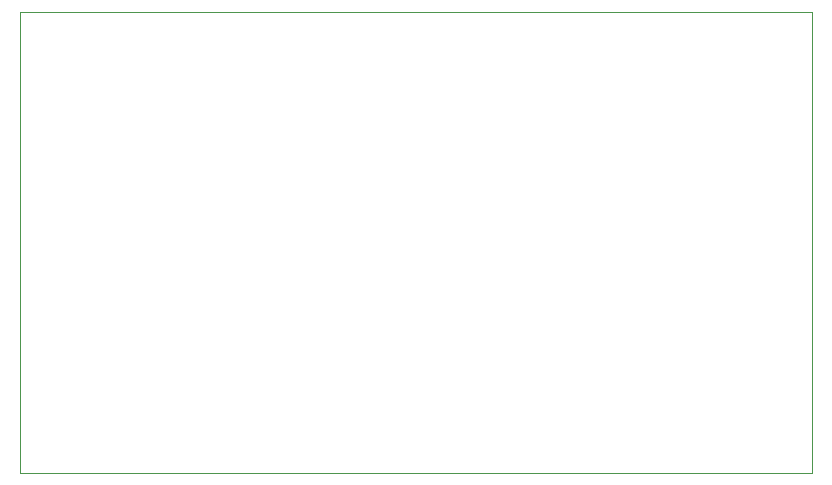
<source format=gbr>
%TF.GenerationSoftware,KiCad,Pcbnew,(6.0.6-0)*%
%TF.CreationDate,2022-07-04T00:11:51+08:00*%
%TF.ProjectId,__,4dc82e6b-6963-4616-945f-706362585858,rev?*%
%TF.SameCoordinates,Original*%
%TF.FileFunction,Profile,NP*%
%FSLAX46Y46*%
G04 Gerber Fmt 4.6, Leading zero omitted, Abs format (unit mm)*
G04 Created by KiCad (PCBNEW (6.0.6-0)) date 2022-07-04 00:11:51*
%MOMM*%
%LPD*%
G01*
G04 APERTURE LIST*
%TA.AperFunction,Profile*%
%ADD10C,0.100000*%
%TD*%
G04 APERTURE END LIST*
D10*
X130000000Y-140000000D02*
X63000000Y-140000000D01*
X63000000Y-101000000D01*
X130000000Y-101000000D01*
X130000000Y-140000000D01*
M02*

</source>
